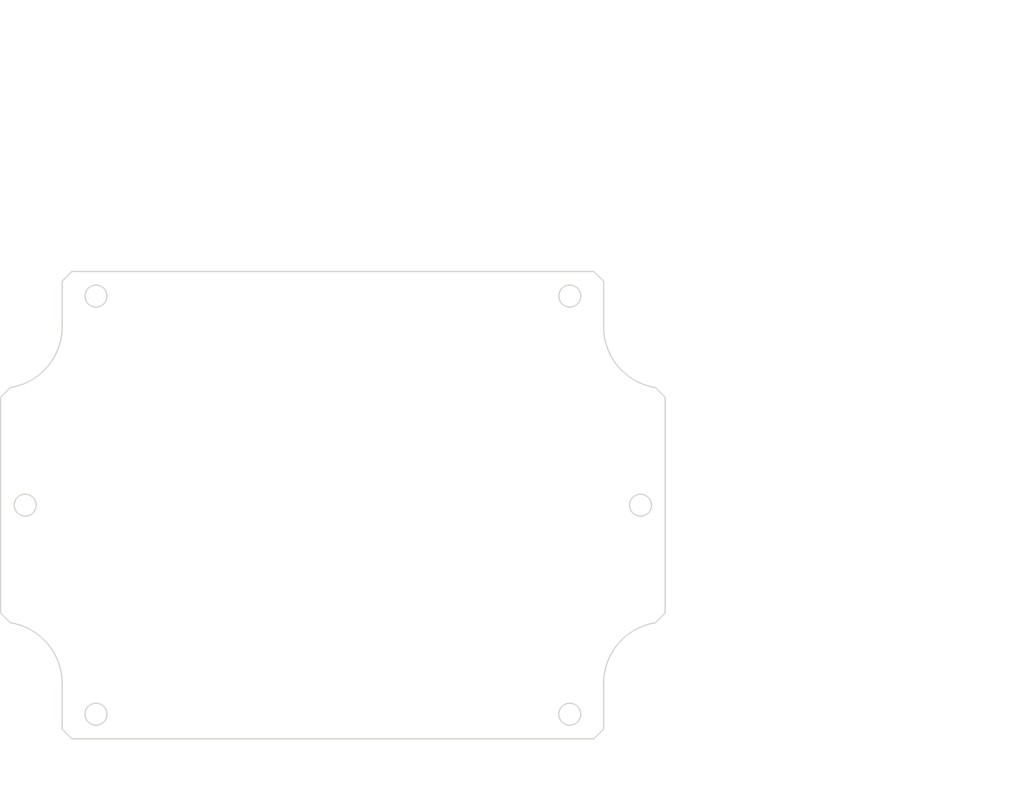
<source format=kicad_pcb>
(kicad_pcb (version 20171130) (host pcbnew "(5.1.0)-1")

  (general
    (thickness 1.6)
    (drawings 77)
    (tracks 0)
    (zones 0)
    (modules 0)
    (nets 1)
  )

  (page A4)
  (layers
    (0 F.Cu signal)
    (31 B.Cu signal)
    (32 B.Adhes user)
    (33 F.Adhes user)
    (34 B.Paste user)
    (35 F.Paste user)
    (36 B.SilkS user)
    (37 F.SilkS user)
    (38 B.Mask user)
    (39 F.Mask user)
    (40 Dwgs.User user)
    (41 Cmts.User user)
    (42 Eco1.User user)
    (43 Eco2.User user)
    (44 Edge.Cuts user)
    (45 Margin user)
    (46 B.CrtYd user)
    (47 F.CrtYd user)
    (48 B.Fab user)
    (49 F.Fab user)
  )

  (setup
    (last_trace_width 0.25)
    (trace_clearance 0.2)
    (zone_clearance 0.508)
    (zone_45_only no)
    (trace_min 0.2)
    (via_size 0.8)
    (via_drill 0.4)
    (via_min_size 0.4)
    (via_min_drill 0.3)
    (uvia_size 0.3)
    (uvia_drill 0.1)
    (uvias_allowed no)
    (uvia_min_size 0.2)
    (uvia_min_drill 0.1)
    (edge_width 0.05)
    (segment_width 0.2)
    (pcb_text_width 0.3)
    (pcb_text_size 1.5 1.5)
    (mod_edge_width 0.12)
    (mod_text_size 1 1)
    (mod_text_width 0.15)
    (pad_size 1.524 1.524)
    (pad_drill 0.762)
    (pad_to_mask_clearance 0.051)
    (solder_mask_min_width 0.25)
    (aux_axis_origin 0 0)
    (visible_elements FFFFFF7F)
    (pcbplotparams
      (layerselection 0x010fc_ffffffff)
      (usegerberextensions false)
      (usegerberattributes false)
      (usegerberadvancedattributes false)
      (creategerberjobfile false)
      (excludeedgelayer true)
      (linewidth 0.152400)
      (plotframeref false)
      (viasonmask false)
      (mode 1)
      (useauxorigin false)
      (hpglpennumber 1)
      (hpglpenspeed 20)
      (hpglpendiameter 15.000000)
      (psnegative false)
      (psa4output false)
      (plotreference true)
      (plotvalue true)
      (plotinvisibletext false)
      (padsonsilk false)
      (subtractmaskfromsilk false)
      (outputformat 1)
      (mirror false)
      (drillshape 1)
      (scaleselection 1)
      (outputdirectory ""))
  )

  (net 0 "")

  (net_class Default "This is the default net class."
    (clearance 0.2)
    (trace_width 0.25)
    (via_dia 0.8)
    (via_drill 0.4)
    (uvia_dia 0.3)
    (uvia_drill 0.1)
  )

  (gr_circle (center 170.961541 69.421564) (end 172.747478 69.421564) (layer Edge.Cuts) (width 0.2))
  (gr_circle (center 93.961541 69.421564) (end 95.747478 69.421564) (layer Edge.Cuts) (width 0.2))
  (gr_circle (center 170.961541 137.421564) (end 172.747478 137.421564) (layer Edge.Cuts) (width 0.2))
  (gr_circle (center 93.961541 137.421564) (end 95.747478 137.421564) (layer Edge.Cuts) (width 0.2))
  (gr_circle (center 182.461541 103.421564) (end 184.247478 103.421564) (layer Edge.Cuts) (width 0.2))
  (gr_circle (center 82.461541 103.421564) (end 84.247478 103.421564) (layer Edge.Cuts) (width 0.2))
  (gr_arc (start 186.461541 132.421564) (end 184.874041 122.548376) (angle -80.8656508) (layer Edge.Cuts) (width 0.2))
  (gr_line (start 176.461541 139.834064) (end 176.461541 132.421564) (layer Edge.Cuts) (width 0.2))
  (gr_line (start 90.049041 141.421564) (end 174.874041 141.421564) (layer Edge.Cuts) (width 0.2))
  (gr_line (start 88.461541 132.421564) (end 88.461541 139.834064) (layer Edge.Cuts) (width 0.2))
  (gr_arc (start 78.461541 132.421564) (end 88.461541 132.421564) (angle -80.8656508) (layer Edge.Cuts) (width 0.2))
  (gr_line (start 78.461541 85.882252) (end 78.461541 120.960876) (layer Edge.Cuts) (width 0.2))
  (gr_arc (start 78.461541 74.421564) (end 80.049041 84.294752) (angle -80.8656508) (layer Edge.Cuts) (width 0.2))
  (gr_line (start 88.461541 67.009064) (end 88.461541 74.421564) (layer Edge.Cuts) (width 0.2))
  (gr_line (start 174.874041 65.421564) (end 90.049041 65.421564) (layer Edge.Cuts) (width 0.2))
  (gr_line (start 176.461541 74.421564) (end 176.461541 67.009064) (layer Edge.Cuts) (width 0.2))
  (gr_arc (start 186.461541 74.421564) (end 176.461541 74.421564) (angle -80.8656508) (layer Edge.Cuts) (width 0.2))
  (gr_line (start 186.461541 120.960876) (end 186.461541 85.882252) (layer Edge.Cuts) (width 0.2))
  (gr_line (start 90.049041 65.421564) (end 88.461541 67.009064) (layer Edge.Cuts) (width 0.2))
  (gr_line (start 174.874041 141.421564) (end 176.461541 139.834064) (layer Edge.Cuts) (width 0.2))
  (gr_line (start 176.461541 67.009064) (end 174.874041 65.421564) (layer Edge.Cuts) (width 0.2))
  (gr_line (start 88.461541 139.834064) (end 90.049041 141.421564) (layer Edge.Cuts) (width 0.2))
  (gr_line (start 186.461541 85.882252) (end 184.874041 84.294752) (layer Edge.Cuts) (width 0.2))
  (gr_line (start 78.461541 120.960876) (end 80.049041 122.548376) (layer Edge.Cuts) (width 0.2))
  (gr_line (start 80.049041 84.294752) (end 78.461541 85.882252) (layer Edge.Cuts) (width 0.2))
  (gr_line (start 184.874041 122.548376) (end 186.461541 120.960876) (layer Edge.Cuts) (width 0.2))
  (gr_text [R0.39] (at 164.119029 119.854489) (layer Dwgs.User)
    (effects (font (size 1.7 1.53) (thickness 0.2125)))
  )
  (gr_text " R10.00" (at 164.119029 116.297054) (layer Dwgs.User)
    (effects (font (size 1.7 1.53) (thickness 0.2125)))
  )
  (gr_line (start 171.223348 117.965028) (end 177.755916 124.162502) (layer Dwgs.User) (width 0.2))
  (gr_line (start 169.021178 117.965028) (end 171.223348 117.965028) (layer Dwgs.User) (width 0.2))
  (gr_line (start 170.961541 137.511564) (end 170.961541 137.331564) (layer Dwgs.User) (width 0.2))
  (gr_line (start 170.871541 137.421564) (end 171.051541 137.421564) (layer Dwgs.User) (width 0.2))
  (gr_text " ∅3.57\n[∅0.14]" (at 159.753365 148.836777) (layer Dwgs.User)
    (effects (font (size 1.7 1.53) (thickness 0.2125)))
  )
  (gr_line (start 166.290234 148.836777) (end 169.52768 140.925471) (layer Dwgs.User) (width 0.2))
  (gr_line (start 164.290234 148.836777) (end 166.290234 148.836777) (layer Dwgs.User) (width 0.2))
  (gr_text [1.51] (at 216.894439 105.311025) (layer Dwgs.User)
    (effects (font (size 1.7 1.53) (thickness 0.2125)))
  )
  (gr_text " 38.25" (at 216.894439 101.75301) (layer Dwgs.User)
    (effects (font (size 1.7 1.53) (thickness 0.2125)))
  )
  (gr_line (start 216.894439 120.548376) (end 216.894439 106.979579) (layer Dwgs.User) (width 0.2))
  (gr_line (start 216.894439 86.294752) (end 216.894439 99.863549) (layer Dwgs.User) (width 0.2))
  (gr_line (start 185.874041 122.548376) (end 220.069439 122.548376) (layer Dwgs.User) (width 0.2))
  (gr_line (start 185.874041 84.294752) (end 220.069439 84.294752) (layer Dwgs.User) (width 0.2))
  (gr_text [2.68] (at 228.033729 105.311025) (layer Dwgs.User)
    (effects (font (size 1.7 1.53) (thickness 0.2125)))
  )
  (gr_text " 68.00" (at 228.033729 101.75359) (layer Dwgs.User)
    (effects (font (size 1.7 1.53) (thickness 0.2125)))
  )
  (gr_line (start 228.033729 135.421564) (end 228.033729 106.978999) (layer Dwgs.User) (width 0.2))
  (gr_line (start 228.033729 71.421564) (end 228.033729 99.864129) (layer Dwgs.User) (width 0.2))
  (gr_line (start 171.961541 137.421564) (end 231.208729 137.421564) (layer Dwgs.User) (width 0.2))
  (gr_line (start 171.961541 69.421564) (end 231.208729 69.421564) (layer Dwgs.User) (width 0.2))
  (gr_text [2.99] (at 240.776383 105.311025) (layer Dwgs.User)
    (effects (font (size 1.7 1.53) (thickness 0.2125)))
  )
  (gr_text " 76.00" (at 240.776383 101.75359) (layer Dwgs.User)
    (effects (font (size 1.7 1.53) (thickness 0.2125)))
  )
  (gr_line (start 240.776383 139.421564) (end 240.776383 106.978999) (layer Dwgs.User) (width 0.2))
  (gr_line (start 240.776383 67.421564) (end 240.776383 99.864129) (layer Dwgs.User) (width 0.2))
  (gr_line (start 175.874041 141.421564) (end 243.951383 141.421564) (layer Dwgs.User) (width 0.2))
  (gr_line (start 175.874041 65.421564) (end 243.951383 65.421564) (layer Dwgs.User) (width 0.2))
  (gr_text [3.03] (at 132.461541 57.977692) (layer Dwgs.User)
    (effects (font (size 1.7 1.53) (thickness 0.2125)))
  )
  (gr_text " 77.00" (at 132.461541 54.420257) (layer Dwgs.User)
    (effects (font (size 1.7 1.53) (thickness 0.2125)))
  )
  (gr_line (start 168.961541 56.088231) (end 136.506152 56.088231) (layer Dwgs.User) (width 0.2))
  (gr_line (start 95.961541 56.088231) (end 128.41693 56.088231) (layer Dwgs.User) (width 0.2))
  (gr_line (start 170.961541 68.421564) (end 170.961541 52.913231) (layer Dwgs.User) (width 0.2))
  (gr_line (start 93.961541 68.421564) (end 93.961541 52.913231) (layer Dwgs.User) (width 0.2))
  (gr_text [3.46] (at 132.461541 43.571343) (layer Dwgs.User)
    (effects (font (size 1.7 1.53) (thickness 0.2125)))
  )
  (gr_text " 88.00" (at 132.461541 40.013907) (layer Dwgs.User)
    (effects (font (size 1.7 1.53) (thickness 0.2125)))
  )
  (gr_line (start 174.461541 41.681881) (end 136.506152 41.681881) (layer Dwgs.User) (width 0.2))
  (gr_line (start 90.461541 41.681881) (end 128.41693 41.681881) (layer Dwgs.User) (width 0.2))
  (gr_line (start 176.461541 66.009064) (end 176.461541 38.506881) (layer Dwgs.User) (width 0.2))
  (gr_line (start 88.461541 66.009064) (end 88.461541 38.506881) (layer Dwgs.User) (width 0.2))
  (gr_text [3.94] (at 132.461541 35.538422) (layer Dwgs.User)
    (effects (font (size 1.7 1.53) (thickness 0.2125)))
  )
  (gr_text " 100.00" (at 132.461541 31.980987) (layer Dwgs.User)
    (effects (font (size 1.7 1.53) (thickness 0.2125)))
  )
  (gr_line (start 84.461541 33.648961) (end 127.756527 33.648961) (layer Dwgs.User) (width 0.2))
  (gr_line (start 180.461541 33.648961) (end 137.166555 33.648961) (layer Dwgs.User) (width 0.2))
  (gr_line (start 82.461541 102.421564) (end 82.461541 30.473961) (layer Dwgs.User) (width 0.2))
  (gr_line (start 182.461541 102.421564) (end 182.461541 30.473961) (layer Dwgs.User) (width 0.2))
  (gr_text [4.25] (at 132.461541 26.43838) (layer Dwgs.User)
    (effects (font (size 1.7 1.53) (thickness 0.2125)))
  )
  (gr_text " 108.00" (at 132.461541 22.880945) (layer Dwgs.User)
    (effects (font (size 1.7 1.53) (thickness 0.2125)))
  )
  (gr_line (start 184.461541 24.548919) (end 137.166555 24.548919) (layer Dwgs.User) (width 0.2))
  (gr_line (start 80.461541 24.548919) (end 127.756527 24.548919) (layer Dwgs.User) (width 0.2))
  (gr_line (start 186.461541 84.882252) (end 186.461541 21.373919) (layer Dwgs.User) (width 0.2))
  (gr_line (start 78.461541 84.882252) (end 78.461541 21.373919) (layer Dwgs.User) (width 0.2))

)

</source>
